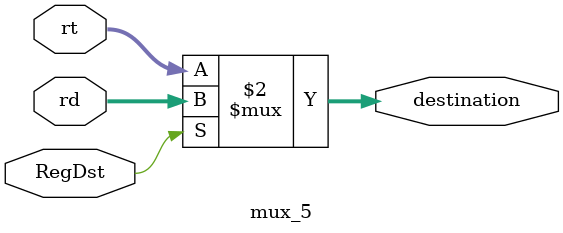
<source format=v>
`timescale 1ns / 1ps


module mux_5(RegDst, rt,rd,destination);
input RegDst;
input[4:0] rt,rd;
output wire[4:0] destination;
      
assign destination = (RegDst == 1'b1)? rd: rt;
endmodule

</source>
